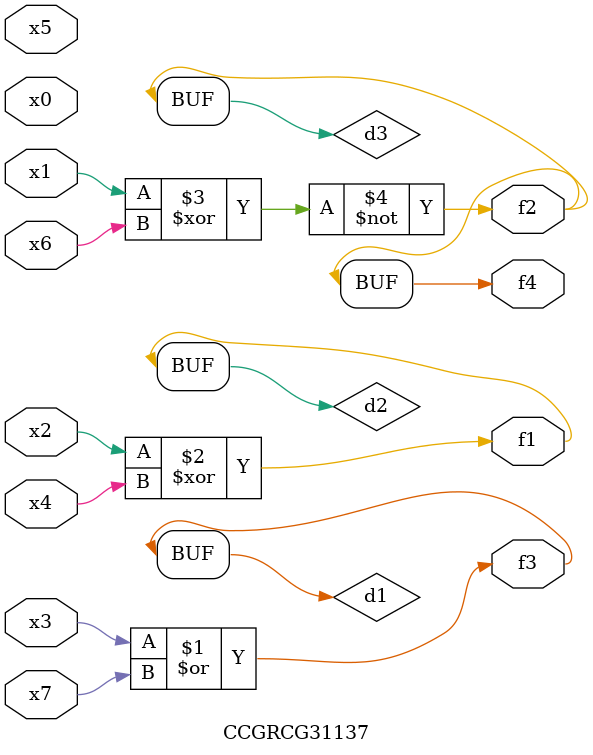
<source format=v>
module CCGRCG31137(
	input x0, x1, x2, x3, x4, x5, x6, x7,
	output f1, f2, f3, f4
);

	wire d1, d2, d3;

	or (d1, x3, x7);
	xor (d2, x2, x4);
	xnor (d3, x1, x6);
	assign f1 = d2;
	assign f2 = d3;
	assign f3 = d1;
	assign f4 = d3;
endmodule

</source>
